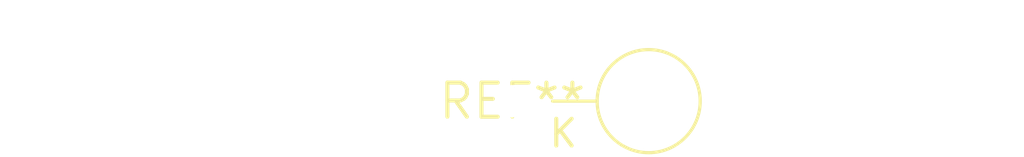
<source format=kicad_pcb>
(kicad_pcb (version 20240108) (generator pcbnew)
  (layers (0 "F.Cu" signal) (31 "B.Cu" signal) (34 "B.Paste" user) (35 "F.Paste" user) (36 "B.SilkS" user "B.Silkscreen") (37 "F.SilkS" user "F.Silkscreen") (38 "B.Mask" user) (39 "F.Mask" user) (44 "Edge.Cuts" user))
  (net 0 "")
  (footprint "D_DO-15_P5.08mm_Vertical_KathodeUp" (layer "F.Cu") (at 0 0)
    (property "Reference" "REF**")
    (property "Value" "D_DO-15_P5.08mm_Vertical_KathodeUp")
    (fp_line (start 3.16 0) (end 1.5 0) (layer "F.SilkS") (stroke (width 0.12)))
    (fp_circle (center 5.08 0) (end 7 0) (layer "F.SilkS") (stroke (width 0.12)) (fill none))
    (fp_text user "K" (at 1.9 1.2 0) (layer "F.SilkS"))
    (pad "1" thru_hole rect (at 0 0) (size 2.4 2.4) (drill 1.2) (layers *.Cu *.Mask) (remove_unused_layers))
    (pad "2" thru_hole oval (at 5.08 0) (size 2.4 2.4) (drill 1.2) (layers *.Cu *.Mask) (remove_unused_layers))
  )
)
</source>
